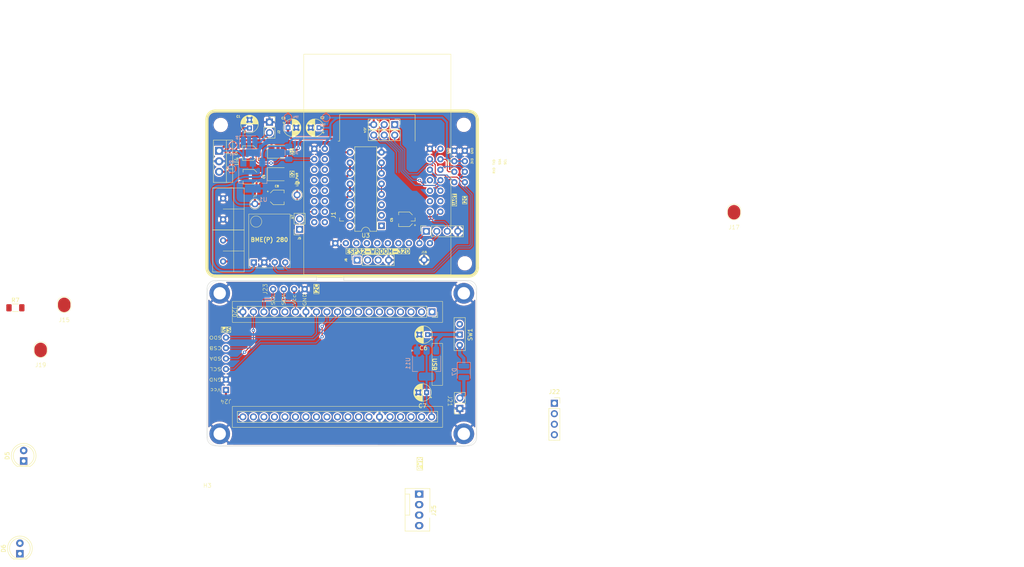
<source format=kicad_pcb>
(kicad_pcb (version 20240108) (generator "pcbnew") (generator_version "8.0")
  (layers (0 "F.Cu" signal) (31 "B.Cu" signal) (34 "B.Paste" user) (35 "F.Paste" user) (36 "B.SilkS" user "B.Silkscreen") (37 "F.SilkS" user "F.Silkscreen") (38 "B.Mask" user) (39 "F.Mask" user) (44 "Edge.Cuts" user))
  (net 0 "")
  (net 1 "GND")
  (net 2 "+3V3")
  (net 3 "+5V")
  (net 4 "/RXD")
  (net 5 "/TXD")
  (net 6 "/SDA")
  (net 7 "/GPIO_33")
  (net 8 "/SCL")
  (net 9 "/OUT3")
  (net 10 "/EN")
  (net 11 "/SOURCE2")
  (net 12 "/SOURCE1")
  (net 13 "/SOURCE3")
  (net 14 "/VDC")
  (net 15 "/DAC1")
  (net 16 "/DAC2")
  (net 17 "/GPIO39")
  (net 18 "/GPIO19")
  (net 19 "/GPIO17")
  (net 20 "/GPIO5")
  (net 21 "/GPIO18")
  (net 22 "/SD_DATA0")
  (net 23 "/ADC2_CH3")
  (net 24 "/SD_DATA3")
  (net 25 "/SD_CMD")
  (net 26 "/SD_CLK")
  (net 27 "/SD_DATA2")
  (net 28 "/SD_DATA1")
  (net 29 "/ADC2_CH0")
  (net 30 "/GPIO23")
  (net 31 "/GPIO36")
  (net 32 "/ADC2_CH2")
  (net 33 "/BOOT")
  (net 34 "/GPIO13")
  (net 35 "/SOURCE4")
  (net 36 "/SOURCE5")
  (net 37 "/SIPO_DATA")
  (net 38 "/SIPO_CLK")
  (net 39 "/SIPO_LATCH")
  (net 40 "/GPIO14")
  (net 41 "/OUT1")
  (net 42 "/VIN")
  (net 43 "Net-(D5-Pad1)")
  (net 44 "Net-(J15-Pin_1)")
  (net 45 "Net-(J19-Pin_1)")
  (net 46 "/OUT2")
  (net 58 "/ESP32-WROOM-32U Node/VIN")
  (net 63 "/ESP32-WROOM-32U Node/VDC")
  (net 74 "/ESP32-WROOM-32U Node/SPI-SDO")
  (net 75 "/ESP32-WROOM-32U Node/TX")
  (net 76 "Net-(D7-A)")
  (net 77 "/ESP32-WROOM-32U Node/SDA-2")
  (net 78 "/ESP32-WROOM-32U Node/SPI-CSB")
  (net 79 "/ESP32-WROOM-32U Node/SPI-SCL")
  (net 80 "/ESP32-WROOM-32U Node/SCL-2")
  (net 81 "/ESP32-WROOM-32U Node/RX")
  (net 82 "/ESP32-WROOM-32U Node/SPI-SDA")
  (net 84 "/ESP32-WROOM-32U Node/12V")
  (net 88 "/I3")
  (net 89 "/I5")
  (net 90 "/I4")
  (net 91 "/I2")
  (net 92 "/I1")
  (footprint "Capacitor_THT:CP_Radial_D4.0mm_P2.00mm" (layer "F.Cu") (at 107 44.2 180)
    (property "Reference" "C2")
    (property "Value" "1uF")
  )
  (footprint "LED_SMD:LED_1210_3225Metric_Pad1.42x2.65mm_HandSolder" (layer "F.Cu") (at 97 55.45)
    (property "Reference" "D2")
    (property "Value" "STATUS")
  )
  (footprint "Alexander Footprint Library:Board_65-40" (layer "F.Cu") (at 80 131.25)
    (property "Reference" "H3")
    (property "Value" "Project_Box_Board_65x40")
    (fp_line (start 0 -13) (end 0 -47) (stroke (width 0.05)) (layer "Edge.Cuts"))
    (fp_line (start 3 -50) (end 62 -50) (stroke (width 0.05)) (layer "Edge.Cuts"))
    (fp_line (start 62 -10) (end 3 -10) (stroke (width 0.05)) (layer "Edge.Cuts"))
    (fp_line (start 65 -47) (end 65 -13) (stroke (width 0.05)) (layer "Edge.Cuts"))
    (fp_arc (start 0 -47) (mid 0.87868 -49.12132) (end 3 -50) (stroke (width 0.05)) (layer "Edge.Cuts"))
    (fp_arc (start 3 -10) (mid 0.87868 -10.87868) (end 0 -13) (stroke (width 0.05)) (layer "Edge.Cuts"))
    (fp_arc (start 62 -50) (mid 64.12132 -49.12132) (end 65 -47) (stroke (width 0.05)) (layer "Edge.Cuts"))
    (fp_arc (start 65 -13) (mid 64.12132 -10.87868) (end 62 -10) (stroke (width 0.05)) (layer "Edge.Cuts"))
  )
  (footprint "Capacitor_SMD:CP_Elec_3x5.3" (layer "F.Cu") (at 90.3 50.35 180)
    (property "Reference" "C4")
    (property "Value" "0.1uF")
  )
  (footprint "Resistor_SMD:R_1206_3216Metric_Pad1.30x1.75mm_HandSolder" (layer "F.Cu") (at 33.612 87.7585)
    (property "Reference" "R7")
    (property "Value" "4K7")
  )
  (footprint "LED_THT:LED_D5.0mm" (layer "F.Cu") (at 34.7 147.25 90)
    (property "Reference" "D6")
    (property "Value" "LED_STATUS")
  )
  (footprint "Connector_PinSocket_2.54mm:PinSocket_1x04_P2.54mm_Vertical" (layer "F.Cu") (at 163.88 110.85)
    (property "Reference" "J22")
    (property "Value" "PWR_SATA_Conn_01x04")
  )
  (footprint "Alexander Footprint Library:Pad_1x01_P2.54_SMD" (layer "F.Cu") (at 39.712 102.098)
    (property "Reference" "J19")
    (property "Value" "LED_PWR")
  )
  (footprint "Alexanddr Footprints Library:ESP32-WROOM-Adapter-Socket-2" (layer "F.Cu") (at 121.1 56.9025)
    (property "Reference" "J1")
    (property "Value" "~")
  )
  (footprint "Alexander Footprint Library:Pad_1x01_P2.54_SMD" (layer "F.Cu") (at 45.412 91.198)
    (property "Reference" "J15")
    (property "Value" "LED_PWR")
  )
  (footprint "MountingHole:MountingHole_3mm" (layer "F.Cu") (at 142 43.5)
    (property "Reference" "H1" (hide yes))
    (property "Value" "MountingHole_Pad")
  )
  (footprint "MountingHole:MountingHole_3mm" (layer "F.Cu") (at 83.25 43.53)
    (property "Reference" "H2" (hide yes))
    (property "Value" "MountingHole_Pad")
  )
  (footprint "Alexander Footprints Library:Conn_Terminal_5mm" (layer "F.Cu") (at 83.82 53.69)
    (property "Reference" "J9" (hide yes))
    (property "Value" "Conn_01x02_Socket")
  )
  (footprint "Alexander Footprint Library:Pad_1x01_P2.54_SMD" (layer "F.Cu") (at 207.3 68.7895)
    (property "Reference" "J17")
    (property "Value" "GND")
  )
  (footprint "Connector:FanPinHeader_1x04_P2.54mm_Vertical" (layer "F.Cu") (at 131.2 132.83 -90)
    (property "Reference" "J25")
    (property "Value" "Conn_01x04_Pin")
  )
  (footprint "Capacitor_SMD:CP_Elec_3x5.3" (layer "F.Cu") (at 90.4 56.05 180)
    (property "Reference" "C9")
    (property "Value" "0.1uF")
  )
  (footprint "Capacitor_THT:CP_Radial_D4.0mm_P2.00mm" (layer "F.Cu") (at 133.25 94.25 180)
    (property "Reference" "C6")
    (property "Value" "1uF")
  )
  (footprint "Alexander Footprint Library:PinSocket_1x01_P2.54" (layer "F.Cu") (at 91.5 65.19)
    (property "Reference" "J7")
    (property "Value" "LED_PWR")
  )
  (footprint "Alexander Footprint Library:Conn_SPI" (layer "F.Cu") (at 84.5 112.74 180)
    (property "Reference" "J24")
    (property "Value" "~")
  )
  (footprint "Connector_PinSocket_2.54mm:PinSocket_1x02_P2.54mm_Vertical" (layer "F.Cu") (at 95.025 42.85)
    (property "Reference" "J2")
    (property "Value" "PWR")
  )
  (footprint "Connector_PinSocket_2.54mm:PinSocket_1x04_P2.54mm_Vertical" (layer "F.Cu") (at 116.2 76.225 90)
    (property "Reference" "J6")
    (property "Value" "SOURCE")
  )
  (footprint "Package_DIP:DIP-16_W7.62mm" (layer "F.Cu") (at 122.1 67.925 180)
    (property "Reference" "U3")
    (property "Value" "ULN2003")
  )
  (footprint "Connector_PinSocket_2.54mm:PinSocket_1x04_P2.54mm_Vertical" (layer "F.Cu") (at 132.92 69.25 90)
    (property "Reference" "J10" (hide yes))
    (property "Value" "ADC")
  )
  (footprint "Capacitor_SMD:CP_Elec_3x5.3" (layer "F.Cu") (at 128 66.35 180)
    (property "Reference" "C5")
    (property "Value" "0.1uF")
  )
  (footprint "Alexander Footprint Library:PinSocket_1x02_P2.54" (layer "F.Cu") (at 142.25 107 180)
    (property "Reference" "J21")
    (property "Value" "PWR")
  )
  (footprint "Capacitor_THT:CP_Radial_D4.0mm_P2.00mm" (layer "F.Cu") (at 99.5 44.2)
    (property "Reference" "C3")
    (property "Value" "1uF")
  )
  (footprint "Alexander Footprint Library:Conn_ESP32_WROOM-DevKit-38pins" (layer "F.Cu") (at 86.06 88.75 -90)
    (property "Reference" "J20")
    (property "Value" "~")
  )
  (footprint "Capacitor_SMD:CP_Elec_3x5.3" (layer "F.Cu") (at 96.8 61.05)
    (property "Reference" "C8")
    (property "Value" "10uF")
  )
  (footprint "Alexander Footprint Library:PinSocket_1x01_P2.54" (layer "F.Cu") (at 101.7 63.02)
    (property "Reference" "J18")
    (property "Value" "LED_PWR")
  )
  (footprint "Alexander Footprint Library:Conn_I2C" (layer "F.Cu") (at 111.16 83.25 -90)
    (property "Reference" "J23")
    (property "Value" "I2C")
  )
  (footprint "Connector_PinSocket_2.54mm:PinSocket_1x02_P2.54mm_Vertical" (layer "F.Cu") (at 102.3 68.79 180)
    (property "Reference" "J5")
    (property "Value" "DAC")
  )
  (footprint "Alexander Footprint Library:CONN_2x3" (layer "F.Cu") (at 130.38 43.45 -90)
    (property "Reference" "J14")
    (property "Value" "GPIO")
  )
  (footprint "Alexander Footprints Library:Conn_UART" (layer "F.Cu") (at 139.7 42.15)
    (property "Reference" "J3" (hide yes))
    (property "Value" "UART")
  )
  (footprint "Alexander Footprint Library:SW_Slide-03_7.3x2.5x2.5_P2.54mm" (layer "F.Cu") (at 141 94.25 -90)
    (property "Reference" "SW1")
    (property "Value" "SW_SPDT")
  )
  (footprint "Alexander Footprint Library:PinSocket_1x01_P2.54" (layer "F.Cu") (at 132.4 78.72)
    (property "Reference" "J16")
    (property "Value" "GND")
  )
  (footprint "Capacitor_THT:CP_Radial_D4.0mm_P2.00mm" (layer "F.Cu") (at 90.2 44.3 90)
    (property "Reference" "C1")
    (property "Value" "1uF")
  )
  (footprint "Alexander Footprint Library:BME280_BMP280_I2C" (layer "F.Cu") (at 90 78.1 90)
    (property "Reference" "U7")
    (property "Value" "BME(P)280")
  )
  (footprint "Capacitor_THT:CP_Radial_D4.0mm_P2.00mm" (layer "F.Cu") (at 133 108.25 180)
    (property "Reference" "C7")
    (property "Value" "1uF")
  )
  (footprint "Alexander Footprint Library:LD1117" (layer "F.Cu") (at 82.855 49.77 -90)
    (property "Reference" "U4")
    (property "Value" "L7805")
  )
  (footprint "Alexander Footprints Library:Conn_I2C" (layer "F.Cu") (at 142.24 42.15)
    (property "Reference" "J4" (hide yes))
    (property "Value" "I2C")
  )
  (footprint "LED_THT:LED_D5.0mm" (layer "F.Cu") (at 35.612 124.8335 90)
    (property "Reference" "D5")
    (property "Value" "LED_PWR")
  )
  (footprint "LED_SMD:LED_1210_3225Metric_Pad1.42x2.65mm_HandSolder" (layer "F.Cu") (at 97 50)
    (property "Reference" "D1")
    (property "Value" "PWR")
  )
  (footprint "MountingHole:MountingHole_3mm" (layer "F.Cu") (at 142.25 77)
    (property "Reference" "H4" (hide yes))
    (property "Value" "MountingHole_Pad")
  )
  (footprint "Alexander Footprints Library:Conn_Terminal_5mm" (layer "F.Cu") (at 83.82 63.85)
    (property "Reference" "J8" (hide yes))
    (property "Value" "Conn_01x02_Socket")
  )
  (footprint "TestPoint:TestPoint_Pad_D1.5mm" (layer "B.Cu") (at 99.5 41.75 180)
    (property "Reference" "TP4")
    (property "Value" "5V")
  )
  (footprint "TestPoint:TestPoint_Pad_D1.5mm" (layer "B.Cu") (at 108.7 41.75 180)
    (property "Reference" "TP3")
    (property "Value" "3V3")
  )
  (footprint "Diode_SMD:D_1210_3225Metric" (layer "B.Cu") (at 142 103.25 -90)
    (property "Reference" "D7")
    (property "Value" "D")
  )
  (footprint "Resistor_SMD:R_1206_3216Metric_Pad1.30x1.75mm_HandSolder" (layer "B.Cu") (at 99.7 50.25 -90)
    (property "Reference" "R1")
    (property "Value" "10K")
  )
  (footprint "Diode_SMD:D_1210_3225Metric" (layer "B.Cu") (at 90.1 47.75)
    (property "Reference" "D4")
    (property "Value" "D")
  )
  (footprint "TestPoint:TestPoint_Pad_D1.5mm" (layer "B.Cu") (at 86.2 48.45 180)
    (property "Reference" "TP1")
    (property "Value" "VIN")
  )
  (footprint "TestPoint:TestPoint_Pad_D1.5mm" (layer "B.Cu") (at 85.9 54.15 180)
    (property "Reference" "TP2")
    (property "Value" "GND")
  )
  (footprint "Package_TO_SOT_SMD:SOT-223-3_TabPin2" (layer "B.Cu") (at 91 55.75 -90)
    (property "Reference" "U1")
    (property "Value" "AMS1117-3V3")
  )
  (footprint "Package_TO_SOT_SMD:SOT-223-3_TabPin2" (layer "B.Cu") (at 133 101.25 -90)
    (property "Reference" "U11")
    (property "Value" "AMS1117-5.0")
  )
  (gr_line (start 145.25 42.11421) (end 145.25 78.085782) (stroke (width 0.75)) (layer "F.SilkS"))
  (gr_line (start 81.914218 40.164218) (end 143.08579 40.164218) (stroke (width 0.75)) (layer "F.SilkS"))
  (gr_arc (start 145.25 78.085782) (mid 144.66422 79.500007) (end 143.25 80.085782) (stroke (width 0.75)) (layer "F.SilkS"))
  (gr_line (start 79.914218 42.11421) (end 79.914218 78.085782) (stroke (width 0.75)) (layer "F.SilkS"))
  (gr_arc (start 81.914218 80.085782) (mid 80.499999 79.500001) (end 79.914218 78.085782) (stroke (width 0.75)) (layer "F.SilkS"))
  (gr_arc (start 143.25 40.25) (mid 144.664214 40.835786) (end 145.25 42.25) (stroke (width 0.75)) (layer "F.SilkS"))
  (gr_arc (start 79.914218 42.164218) (mid 80.499999 40.749999) (end 81.914218 40.164218) (stroke (width 0.75)) (layer "F.SilkS"))
  (gr_line (start 81.914214 80.085782) (end 143.085786 80.085782) (stroke (width 0.75)) (layer "F.SilkS"))
  (gr_line (start 82.014214 80.235786) (end 106.4 80.25) (stroke (width 0.1)) (layer "Edge.Cuts"))
  (gr_line (start 80 42.25) (end 80.014214 78.235786) (stroke (width 0.1)) (layer "Edge.Cuts"))
  (gr_arc (start 79.921321 83.157107) (mid 80.507106 81.742896) (end 81.921321 81.157107) (stroke (width 0.1)) (layer "Edge.Cuts"))
  (gr_line (start 81.921321 121.128679) (end 143.107107 121.142893) (stroke (width 0.1)) (layer "Edge.Cuts"))
  (gr_arc (start 81.921321 121.128679) (mid 80.507101 120.542899) (end 79.921321 119.128679) (stroke (width 0.1)) (layer "Edge.Cuts"))
  (gr_line (start 143.092893 81.157107) (end 113 81.15) (stroke (width 0.1)) (layer "Edge.Cuts"))
  (gr_arc (start 145.107107 119.142893) (mid 144.521321 120.557107) (end 143.107107 121.142893) (stroke (width 0.1)) (layer "Edge.Cuts"))
  (gr_line (start 106.4 81.15) (end 81.921321 81.157107) (stroke (width 0.1)) (layer "Edge.Cuts"))
  (gr_arc (start 143.185786 40.264214) (mid 144.600004 40.849996) (end 145.185786 42.264214) (stroke (width 0.1)) (layer "Edge.Cuts"))
  (gr_line (start 113 80.25) (end 143.185786 80.235786) (stroke (width 0.1)) (layer "Edge.Cuts"))
  (gr_arc (start 82.014214 80.235786) (mid 80.599996 79.650004) (end 80.014214 78.235786) (stroke (width 0.1)) (layer "Edge.Cuts"))
  (gr_line (start 145.185786 42.264214) (end 145.185786 78.235786) (stroke (width 0.1)) (layer "Edge.Cuts"))
  (gr_arc (start 80 42.25) (mid 80.585786 40.835786) (end 82 40.25) (stroke (width 0.1)) (layer "Edge.Cuts"))
  (gr_line (start 145.107107 119.142893) (end 145.092893 83.157107) (stroke (width 0.1)) (layer "Edge.Cuts"))
  (gr_line (start 79.921321 119.128679) (end 79.921321 83.157107) (stroke (width 0.1)) (layer "Edge.Cuts"))
  (gr_line (start 106.4 81.15) (end 106.4 80.25) (stroke (width 0.1)) (layer "Edge.Cuts"))
  (gr_arc (start 145.185786 78.235786) (mid 144.600004 79.650004) (end 143.185786 80.235786) (stroke (width 0.1)) (layer "Edge.Cuts"))
  (gr_arc (start 143.092893 81.157107) (mid 144.507112 81.742888) (end 145.092893 83.157107) (stroke (width 0.1)) (layer "Edge.Cuts"))
  (gr_line (start 113 81.15) (end 113 80.25) (stroke (width 0.1)) (layer "Edge.Cuts"))
  (gr_line (start 143.185786 40.264214) (end 82 40.25) (stroke (width 0.1)) (layer "Edge.Cuts"))
  (gr_text "PWR" (at 132 127.25 90) (layer "F.SilkS" knockout) (effects (font (size 1 1) (thickness 0.25) (bold yes)) (justify left bottom)))
  (segment (start 84.21 66) (end 83.82 66.39) (width 0.5) (layer "F.Cu") (net 1))
  (segment (start 95.5 54.8625) (end 95.5125 54.85) (width 0.25) (layer "F.Cu") (net 1))
  (segment (start 95.5 55.4625) (end 95.5125 55.45) (width 0.25) (layer "F.Cu") (net 1))
  (segment (start 91.5 59.65) (end 91.9 59.25) (width 0.5) (layer "F.Cu") (net 2))
  (segment (start 101.15 50) (end 102 49.15) (width 0.5) (layer "F.Cu") (net 2))
  (segment (start 84.5 107.66) (end 84.5 112.25) (width 0.5) (layer "F.Cu") (net 2))
  (segment (start 87.75 85.75) (end 100 85.75) (width 0.5) (layer "F.Cu") (net 2))
  (segment (start 94.63 62.62) (end 91.5 62.62) (width 0.5) (layer "F.Cu") (net 2))
  (segment (start 101 84.75) (end 101 83.25) (width 0.5) (layer "F.Cu") (net 2))
  (segment (start 88.6 114.15) (end 86.4 114.15) (width 0.5) (layer "F.Cu") (net 2))
  (segment (start 84.5 112.25) (end 85.25 113) (width 0.5) (layer "F.Cu") (net 2))
  (segment (start 91.9 59.25) (end 91.9 56.05) (width 0.5) (layer "F.Cu") (net 2))
  (segment (start 98.4875 50) (end 101.15 50) (width 0.5) (layer "F.Cu") (net 2))
  (segment (start 95.3 61.05) (end 95.3 61.95) (width 0.5) (layer "F.Cu") (net 2))
  (segment (start 95.3 61.95) (end 94.63 62.62) (width 0.5) (layer "F.Cu") (net 2))
  (segment (start 82.25 110) (end 82.25 91.25) (width 0.5) (layer "F.Cu") (net 2))
  (segment (start 91.5 62.62) (end 91.5 59.65) (width 0.5) (layer "F.Cu") (net 2))
  (segment (start 82.25 91.25) (end 87.75 85.75) (width 0.5) (layer "F.Cu") (net 2))
  (segment (start 86.4 114.15) (end 85.25 113) (width 0.5) (layer "F.Cu") (net 2))
  (segment (start 100 85.75) (end 101 84.75) (width 0.5) (layer "F.Cu") (net 2))
  (segment (start 85.25 113) (end 82.25 110) (width 0.5) (layer "F.Cu") (net 2))
  (via (at 102 49.15) (size 0.8) (drill 0.4) (layers "F.Cu" "B.Cu") (net 2))
  (segment (start 96.075 48.7) (end 97.525 48.7) (width 0.5) (layer "B.Cu") (net 2))
  (segment (start 108.4 49.2825) (end 108.4 47.85) (width 0.5) (layer "B.Cu") (net 2))
  (segment (start 109.408578 44.2) (end 107 44.2) (width 0.5) (layer "B.Cu") (net 2))
  (segment (start 109.5 46.75) (end 109.75 46.5) (width 0.5) (layer "B.Cu") (net 2))
  (segment (start 81.3 75.997918) (end 81.3 59.75104) (width 0.5) (layer "B.Cu") (net 2))
  (segment (start 93.3 54.905025) (end 93.3 52.6) (width 0.5) (layer "B.Cu") (net 2))
  (segment (start 100 48.7) (end 100 48.03033) (width 0.5) (layer "B.Cu") (net 2))
  (segment (start 137.9 51.55) (end 138.66 52.31) (width 0.5) (layer "B.Cu") (net 2))
  (segment (start 84.202081 78.9) (end 89.990883 78.9) (width 0.5) (layer "B.Cu") (net 2))
  (segment (start 109.75 45) (end 109.75 44.141421) (width 0.5) (layer "B.Cu") (net 2))
  (segment (start 103 46.75) (end 101.28033 46.75) (width 0.5) (layer "B.Cu") (net 2))
  (segment (start 109.75 43.858578) (end 109.75 44.141421) (width 0.5) (layer "B.Cu") (net 2))
  (segment (start 138.66 52.31) (end 139.7 52.31) (width 0.5) (layer "B.Cu") (net 2))
  (segment (start 139.7 52.31) (end 142.24 52.31) (width 0.5) (layer "B.Cu") (net 2))
  (segment (start 129.1 41.75) (end 136.8 41.75) (width 0.5) (layer "B.Cu") (net 2))
  (segment (start 112.31066 41.75) (end 129.1 41.75) (width 0.5) (layer "B.Cu") (net 2))
  (segment (start 88.207106 62.75) (end 91.5 62.75) (width 0.5) (layer "B.Cu") (net 2))
  (segment (start 86.5 61.042893) (end 86.5 57.5) (width 0.5) (layer "B.Cu") (net 2))
  (segment (start 103 46.75) (end 109.5 46.75) (width 0.5) (layer "B.Cu") (net 2))
  (segment (start 137.9 42.85) (end 137.9 51.55) (width 0.5) (layer "B.Cu") (net 2))
  (segment (start 91.22 77.670883) (end 91.22 76.8) (width 0.5) (layer "B.Cu") (net 2))
  (segment (start 89.455634 56.1) (end 92.105025 56.1) (width 0.5) (layer "B.Cu") (net 2))
  (segment (start 96.075 48.7) (end 95.177817 48.7) (width 0.5) (layer "B.Cu") (net 2))
  (segment (start 136.8 41.75) (end 137.9 42.85) (width 0.5) (layer "B.Cu") (net 2))
  (segment (start 108.4 47.85) (end 109.75 46.5) (width 0.5) (layer "B.Cu") (net 2))
  (segment (start 109.75 46.5) (end 109.75 45) (width 0.5) (layer "B.Cu") (net 2))
  (segment (start 110.015165 42.984834) (end 110.5 42.5) (width 0.5) (layer "B.Cu") (net 2))
  (segment (start 102 47.75) (end 103 46.75) (width 0.5) (layer "B.Cu") (net 2))
  (segment (start 109.75 43.858578) (end 109.75 43.625) (width 0.5) (layer "B.Cu") (net 2))
  (segment (start 93.3 52.6) (end 93.3 50.577817) (width 0.5) (layer "B.Cu") (net 2))
  (segment (start 82.75104 58.3) (end 84.144365 58.3) (width 0.5) (layer "B.Cu") (net 2))
  (segment (start 102 49.15) (end 102 47.75) (width 0.5) (layer "B.Cu") (net 2))
  (segment (start 129.3 41.75) (end 129.1 41.75) (width 0.5) (layer "B.Cu") (net 2))
  (segment (start 108.7 41.75) (end 112.31066 41.75) (width 0.5) (layer "B.Cu") (net 2))
  (segment (start 100 48.7) (end 97.525 48.7) (width 0.5) (layer "B.Cu") (net 2))
  (arc (start 93.3 54.905025) (mid 93.209037 55.362322) (end 92.95 55.75) (width 0.5) (layer "B.Cu") (net 2))
  (arc (start 86.8 57.2) (mid 85.581584 58.014119) (end 84.144365 58.3) (width 0.5) (layer "B.Cu") (net 2))
  (arc (start 89.455634 56.1) (mid 88.018415 56.38588) (end 86.8 57.2) (width 0.5) (layer "B.Cu") (net 2))
  (arc (start 86.5 61.042893) (mid 86.629945 61.696174) (end 87 62.25) (width 0.5) (layer "B.Cu") (net 2))
  (arc (start 82.75104 58.3) (mid 82.195751 58.410453) (end 81.725 58.725) (width 0.5) (layer "B.Cu") (net 2))
  (arc (start 92.95 55.75) (mid 92.562322 56.009037) (end 92.105025 56.1) (width 0.5) (layer "B.Cu") (net 2))
  (arc (start 109.75 43.625) (mid 109.818914 43.278544) (end 110.015165 42.984834) (width 0.5) (layer "B.Cu") (net 2))
  (arc (start 95.177817 48.7) (mid 94.459207 48.84294) (end 93.85 49.25) (width 0.5) (layer "B.Cu") (net 2))
  (arc (start 82.15 78.05) (mid 83.091502 78.679092) (end 84.202081 78.9) (width 0.5) (layer "B.Cu") (net 2))
  (arc (start 109.75 44.141421) (mid 109.713838 44.087301) (end 109.65 44.1) (width 0.5) (layer "B.Cu") (net 2))
  (arc (start 93.85 49.25) (mid 93.44294 49.859207) (end 93.3 50.577817) (width 0.5) (layer "B.Cu") (net 2))
  (arc (start 90.86 78.54) (mid 90.461245 78.806439) (end 89.990883 78.9) (width 0.5) (layer "B.Cu") (net 2))
  (arc (start 109.65 44.1) (mid 109.539234 44.17401) (end 109.408578 44.2) (width 0.5) (layer "B.Cu") (net 2))
  (arc (start 87 62.25) (mid 87.553825 62.620054) (end 88.207106 62.75) (width 0.5) (layer "B.Cu") (net 2))
  (arc (start 81.725 58.725) (mid 81.410453 59.195751) (end 81.3 59.75104) (width 0.5) (layer "B.Cu") (net 2))
  (arc (start 101.28033 46.75) (mid 100.790368 46.847459) (end 100.375 47.125) (width 0.5) (layer "B.Cu") (net 2))
  (arc (start 91.22 77.670883) (mid 91.126439 78.141245) (end 90.86 78.54) (width 0.5) (layer "B.Cu") (net 2))
  (arc (start 110.5 42.5) (mid 111.330737 41.944918) (end 112.31066 41.75) (width 0.5) (layer "B.Cu") (net 2))
  (arc (start 109.65 44.1) (mid 109.72401 43.989234) (end 109.75 43.858578) (width 0.5) (layer "B.Cu") (net 2))
  (arc (start 100.375 47.125) (mid 100.097459 47.540368) (end 100 48.03033) (width 0.5) (layer "B.Cu") (net 2))
  (arc (start 81.3 75.997918) (mid 81.520907 77.108496) (end 82.15 78.05) (width 0.5) (layer "B.Cu") (net 2))
  (segment (start 99.5 45.693413) (end 99.5 44.2) (width 0.5) (layer "F.Cu") (net 3))
  (segment (start 111.2 46.85) (end 100.365867 46.85) (width 0.5) (layer "F.Cu") (net 3))
  (segment (start 98.6375 46.9625) (end 99.2125 46.3875) (width 0.5) (layer "F.Cu") (net 3))
  (segment (start 100.365867 46.85) (end 99.465867 45.95) (width 0.5) (layer "F.Cu") (net 3))
  (segment (start 112 47.65) (end 111.2 46.85) (width 0.5) (layer "F.Cu") (net 3))
  (segment (start 112 49.15) (end 112 47.65) (width 0.5) (layer "F.Cu") (net 3))
  (segment (start 88.1 47.25) (end 97.943413 47.25) (width 0.5) (layer "F.Cu") (net 3))
  (segment (start 84.9 54.85) (end 85.4 54.35) (width 0.5) (layer "F.Cu") (net 3))
  (segment (start 85.4 54.35) (end 85.4 49.95) (width 0.5) (layer "F.Cu") (net 3))
  (segment (start 114.48 50.145) (end 112.995 50.145) (width 0.5) (layer "F.Cu") (net 3))
  (segment (start 112.995 50.145) (end 112 49.15) (width 0.5) (layer "F.Cu") (net 3))
  (segment (start 82.855 54.85) (end 84.9 54.85) (width 0.5) (layer "F.Cu") (net 3))
  (segment (start 85.4 49.95) (end 88.1 47.25) (width 0.5) (layer "F.Cu") (net 3))
  (arc (start 97.943413 47.25) (mid 98.31905 47.175281) (end 98.6375 46.9625) (width 0.5) (layer "F.Cu") (net 3))
  (arc (start 99.5 45.693413) (mid 99.425281 46.06905) (end 99.2125 46.3875) (width 0.5) (layer "F.Cu") (net 3))
  (segment (start 133 98.1) (end 133 104.4) (width 0.5) (layer "B.Cu") (net 3))
  (segment (start 133 108.25) (end 133 104.4) (width 0.5) (layer "B.Cu") (net 3))
  (segment (start 133 111) (end 133 108.25) (width 0.5) (layer "B.Cu") (net 3))
  (segment (start 134.21 114.15) (end 134.21 112.21) (width 0.5) (layer "B.Cu") (net 3))
  (segment (start 134.21 112.21) (end 133 111) (width 0.5) (layer "B.Cu") (net 3))
  (segment (start 99.5 42.25) (end 99.5 44.2) (width 0.25) (layer "B.Cu") (net 3))
  (segment (start 139.7 57.35) (end 139.7 57.39) (width 0.25) (layer "F.Cu") (net 4))
  (segment (start 140.3 57.45) (end 139.3 57.45) (width 0.25) (layer "F.Cu") (net 4))
  (segment (start 139.04 57.39) (end 139.7 57.39) (width 0.25) (layer "F.Cu") (net 4))
  (segment (start 137.96 55.65) (end 139.7 57.39) (width 0.25) (layer "B.Cu") (net 4))
  (segment (start 133.8 54.3625) (end 135.0875 55.65) (width 0.25) (layer "B.Cu") (net 4))
  (segment (start 135.0875 55.65) (end 137.96 55.65) (width 0.25) (layer "B.Cu") (net 4))
  (segment (start 138 52.25) (end 137.5725 51.8225) (width 0.25) (layer "F.Cu") (net 5))
  (segment (start 139.7 54.85) (end 138.3 54.85) (width 0.25) (layer "F.Cu") (net 5))
  (segment (start 137.5725 51.8225) (end 136.34 51.8225) (width 0.25) (layer "F.Cu") (net 5))
  (segment (start 138 54.55) (end 138 52.25) (width 0.25) (layer "F.Cu") (net 5))
  (segment (start 138.3 54.85) (end 138 54.55) (width 0.25) (layer "F.Cu") (net 5))
  (segment (start 139.7 54.85) (end 139.5 54.85) (width 0.25) (layer "F.Cu") (net 5))
  (segment (start 142.24 54.85) (end 142.24 55.51) (width 0.25) (layer "F.Cu") (net 6))
  (segment (start 98.84 76.8) (end 98.84 78.09) (width 0.25) (layer "B.Cu") (net 6))
  (segment (start 141 57.95) (end 141 56.09) (width 0.25) (layer "B.Cu") (net 6))
  (segment (start 140.990501 53.600501) (end 142.24 54.85) (width 0.25) (layer "B.Cu") (net 6))
  (segment (start 136.34 54.3625) (end 137.101999 53.600501) (width 0.25) (layer "B.Cu") (net 6))
  (segment (start 143.281802 72.781802) (end 143.55 72.513604) (width 0.25) (layer "B.Cu") (net 6))
  (segment (start 99.4 78.65) (end 130.7 78.65) (width 0.25) (layer "B.Cu") (net 6))
  (segment (start 130.7 78.65) (end 134.55 78.65) (width 0.25) (layer "B.Cu") (net 6))
  (segment (start 143.55 72.513604) (end 143.55 60.5) (width 0.25) (layer "B.Cu") (net 6))
  (segment (start 143.55 60.5) (end 141 57.95) (width 0.25) (layer "B.Cu") (net 6))
  (segment (start 140.418198 72.781802) (end 143.281802 72.781802) (width 0.25) (layer "B.Cu") (net 6))
  (segment (start 98.84 78.09) (end 99.4 78.65) (width 0.25) (layer "B.Cu") (net 6))
  (segment (start 141 56.09) (end 142.24 54.85) (width 0.25) (layer "B.Cu") (net 6))
  (segment (start 137.101999 53.600501) (end 140.990501 53.600501) (width 0.25) (layer "B.Cu") (net 6))
  (segment (start 134.55 78.65) (end 140.418198 72.781802) (width 0.25) (layer "B.Cu") (net 6))
  (segment (start 135.1 55.15) (end 135.6 55.65) (width 0.25) (layer "F.Cu") (net 8))
  (segment (start 133.8 51.8225) (end 135.1 53.1225) (width 0.25) (layer "F.Cu") (net 8))
  (segment (start 141.603604 57.39) (end 142.24 57.39) (width 0.25) (layer "F.Cu") (net 8))
  (segment (start 137.3 55.65) (end 137.8 56.15) (width 0.25) (layer "F.Cu") (net 8))
  (segment (start 135.1 53.1225) (end 135.1 55.15) (width 0.25) (layer "F.Cu") (net 8))
  (segment (start 135.6 55.65) (end 137.3 55.65) (width 0.25) (layer "F.Cu") (net 8))
  (segment (start 140.363604 56.15) (end 141.603604 57.39) (width 0.25) (layer "F.Cu") (net 8))
  (segment (start 137.8 56.15) (end 140.363604 56.15) (width 0.25) (layer "F.Cu") (net 8))
  (segment (start 142.24 58.553604) (end 142.24 57.39) (width 0.25) (layer "B.Cu") (net 8))
  (segment (start 144 72.7) (end 144 60.313604) (width 0.25) (layer "B.Cu") (net 8))
  (segment (start 134.8 79.1) (end 140.6 73.3) (width 0.25) (layer "B.Cu") (net 8))
  (segment (start 140.6 73.3) (end 143.4 73.3) (width 0.25) (layer "B.Cu") (net 8))
  (segment (start 96.3 76.8) (end 96.3 78.45) (width 0.25) (layer "B.Cu") (net 8))
  (segment (start 143.4 73.3) (end 144 72.7) (width 0.25) (layer "B.Cu") (net 8))
  (segment (start 96.3 78.45) (end 96.95 79.1) (width 0.25) (layer "B.Cu") (net 8))
  (segment (start 144 60.313604) (end 142.24 58.553604) (width 0.25) (layer "B.Cu") (net 8))
  (segment (start 96.95 79.1) (end 134.8 79.1) (width 0.25) (layer "B.Cu") (net 8))
  (segment (start 92.3 52.75) (end 91.8 52.25) (width 0.25) (layer "F.Cu") (net 10))
  (segment (start 91.8 52.25) (end 91.8 50.35) (width 0.25) (layer "F.Cu") (net 10))
  (segment (start 95.4 52.75) (end 92.3 52.75) (width 0.25) (layer "F.Cu") (net 10))
  (via (at 95.4 52.75) (size 0.8) (drill 0.4) (layers "F.Cu" "B.Cu") (net 10))
  (segment (start 95.4 52.75) (end 96.7 52.75) (width 0.25) (layer "B.Cu") (net 10))
  (segment (start 101.4 51.8) (end 101.45 51.8) (width 0.25) (layer "B.Cu") (net 10))
  (segment (start 105.86 51.8225) (end 101.4225 51.8225) (width 0.25) (layer "B.Cu") (net 10))
  (segment (start 99.7 51.8) (end 101.4 51.8) (width 0.25) (layer "B.Cu") (net 10))
  (segment (start 97.65 51.8) (end 99.7 51.8) (width 0.25) (layer "B.Cu") (net 10))
  (segment (start 101.4225 51.8225) (end 101.4 51.8) (width 0.25) (layer "B.Cu") (net 10))
  (segment (start 96.7 52.75) (end 97.65 51.8) (width 0.25) (layer "B.Cu") (net 10))
  (segment (start 111.2 66.85) (end 111.2 58.505) (width 0.5) (layer "F.Cu") (net 11))
  (segment (start 111.2 58.505) (end 114.48 55.225) (width 0.5) (layer "F.Cu") (net 11))
  (segment (start 83.82 71.47) (end 86.37 71.47) (width 0.5) (layer "F.Cu") (net 11))
  (segment (start 114.48 55.225) (end 114.48 52.685) (width 0.5) (layer "F.Cu") (net 11))
  (segment (start 86.37 71.47) (end 88 73.1) (width 0.5) (layer "F.Cu") (net 11))
  (segment (start 104.95 73.1) (end 111.2 66.85) (width 0.5) (layer "F.Cu") (net 11))
  (segment (start 88 73.1) (end 104.95 73.1) (width 0.5) (layer "F.Cu") (net 11))
  (segment (start 83.82 76.55) (end 86.275 76.55) (width 0.5) (layer "F.Cu") (net 12))
  (segment (start 104.8 74.75) (end 112.2 67.35) (width 0.5) (layer "F.Cu") (net 12))
  (segment (start 112.2 62.585) (end 114.48 60.305) (width 0.5) (layer "F.Cu") (net 12))
  (segment (start 86.275 76.55) (end 88.075 74.75) (width 0.5) (layer "F.Cu") (net 12))
  (segment (start 114.48 60.305) (end 114.48 57.765) (width 0.5) (layer "F.Cu") (net 12))
  (segment (start 112.2 67.35) (end 112.2 62.585) (width 0.5) (layer "F.Cu") (net 12))
  (segment (start 88.075 74.75) (end 104.8 74.75) (width 0.5) (layer "F.Cu") (net 12))
  (segment (start 95.025 45.425) (end 92.7 47.75) (width 0.5) (layer "B.Cu") (net 14))
  (segment (start 92.7 47.75) (end 91.5 47.75) (width 0.5) (layer "B.Cu") (net 14))
  (segment (start 95.025 45.39) (end 95.025 45.425) (width 0.5) (layer "B.Cu") (net 14))
  (segment (start 132.5 58.15) (end 135.0925 58.15) (width 0.25) (layer "F.Cu") (net 18))
  (segment (start 131.3 56.95) (end 132.5 58.15) (width 0.25) (layer "F.Cu") (net 18))
  (segment (start 135.0925 58.15) (end 136.34 56.9025) (width 0.25) (layer "F.Cu") (net 18))
  (via (at 131.3 56.95) (size 0.8) (drill 0.4) (layers "F.Cu" "B.Cu") (net 18))
  (segment (start 129.636396 56.95) (end 127.25 54.563604) (width 0.25) (layer "B.Cu") (net 18))
  (segment (start 127.25 49.7) (end 125.3 47.75) (width 0.25) (layer "B.Cu") (net 18))
  (segment (start 125.3 47.75) (end 125.3 45.99) (width 0.25) (layer "B.Cu") (net 18))
  (segment (start 127.25 54.563604) (end 127.25 49.7) (width 0.25) (layer "B.Cu") (net 18))
  (segment (start 131.3 56.95) (end 129.636396 56.95) (width 0.25) (layer "B.Cu") (net 18))
  (segment (start 123.255812 47.615) (end 121.865 47.615) (width 0.25) (layer "B.Cu") (net 19))
  (segment (start 133.8 61.9825) (end 133.7325 61.9825) (width 0.25) (layer "B.Cu") (net 19))
  (segment (start 121.865 47.615) (end 120.24 45.99) (width 0.25) (layer "B.Cu") (net 19))
  (segment (start 125.7 50.059188) (end 123.255812 47.615) (width 0.25) (layer "B.Cu") (net 19))
  (segment (start 125.7 55.05) (end 125.7 50.059188) (width 0.25) (layer "B.Cu") (net 19))
  (segment (start 120.24 45.99) (end 120.22 45.99) (width 0.25) (layer "B.Cu") (net 19))
  (segment (start 130.2 58.15) (end 135.0475 58.15) (width 0.25) (layer "B.Cu") (net 20))
  (segment (start 126.8 54.75) (end 130.2 58.15) (width 0.25) (layer "B.Cu") (net 20))
  (segment (start 122.903604 45.99) (end 126.8 49.886396) (width 0.25) (layer "B.Cu") (net 20))
  (segment (start 135.0475 58.15) (end 136.34 59.4425) (width 0.25) (layer "B.Cu") (net 20))
  (segment (start 122.76 45.99) (end 122.903604 45.99) (width 0.25) (layer "B.Cu") (net 20))
  (segment (start 126.8 49.886396) (end 126.8 54.75) (width 0.25) (layer "B.Cu") (net 20))
  (segment (start 126.35 55.063604) (end 126.35 50.072792) (width 0.25) (layer "B.Cu") (net 21))
  (segment (start 126.35 50.072792) (end 123.442208 47.165) (width 0.25) (layer "B.Cu") (net 21))
  (segment (start 123.442208 47.165) (end 122.051396 47.165) (width 0.25) (layer "B.Cu") (net 21))
  (segment (start 121.5 46.613604) (end 121.5 44.71) (width 0.25) (layer "B.Cu") (net 21))
  (segment (start 121.5 44.71) (end 122.76 43.45) (width 0.25) (layer "B.Cu") (net 21))
  (segment (start 122.051396 47.165) (end 121.5 46.613604) (width 0.25) (layer "B.Cu") (net 21))
  (segment (start 131.26 70.91) (end 132.92 69.25) (width 0.25) (layer "B.Cu") (net 23))
  (segment (start 131.26 72.1425) (end 131.26 70.91) (width 0.25) (layer "B.Cu") (net 23))
  (segment (start 137.3 66.95) (end 134.8 66.95) (width 0.25) (layer "B.Cu") (net 29))
  (segment (start 138 69.25) (end 138 67.65) (width 0.25) (layer "B.Cu") (net 29))
  (segment (start 138 67.65) (end 137.3 66.95) (width 0.25) (layer "B.Cu") (net 29))
  (segment (start 134.8 66.95) (end 133.8 65.95) (width 0.25) (layer "B.Cu") (net 29))
  (segment (start 133.8 65.95) (end 133.8 64.5225) (width 0.25) (layer "B.Cu") (net 29))
  (segment (start 128.672792 55.35) (end 130.8 55.35) (width 0.25) (layer "B.Cu") (net 30))
  (segment (start 126.7 44.85) (end 126.7 48.45) (width 0.25) (layer "B.Cu") (net 30))
  (segment (start 126.7 48.45) (end 127.7 49.45) (width 0.25) (layer "B.Cu") (net 30))
  (segment (start 125.3 43.45) (end 126.7 44.85) (width 0.25) (layer "B.Cu") (net 30))
  (segment (start 135.1 50.5225) (end 136.34 49.2825) (width 0.25) (layer "B.Cu") (net 30))
  (segment (start 133 53.15) (end 134.1 53.15) (width 0.25) (layer "B.Cu") (net 30))
  (segment (start 127.7 49.45) (end 127.7 54.377208) (width 0.25) (layer "B.Cu") (net 30))
  (segment (start 130.8 55.35) (end 133 53.15) (width 0.25) (layer "B.Cu") (net 30))
  (segment (start 127.7 54.377208) (end 128.672792 55.35) (width 0.25) (layer "B.Cu") (net 30))
  (segment (start 135.1 52.15) (end 135.1 50.5225) (width 0.25) (layer "B.Cu") (net 30))
  (segment (start 134.1 53.15) (end 135.1 52.15) (width 0.25) (layer "B.Cu") (net 30))
  (segment (start 135.46 70.4825) (end 133.8 72.1425) (width 0.25) (layer "B.Cu") (net 32))
  (segment (start 135.46 69.25) (end 135.46 70.4825) (width 0.25) (layer "B.Cu") (net 32))
  (segment (start 129.5 66.35) (end 134.5125 66.35) (width 0.25) (layer "F.Cu") (net 33))
  (segment (start 134.5125 66.35) (end 136.34 64.5225) (width 0.25) (layer "F.Cu") (net 33))
  (segment (start 101.7 56.05) (end 101.7 62.65) (width 0.25) (layer "F.Cu") (net 40))
  (segment (start 101.7 62.65) (end 103.6 64.55) (width 0.25) (layer "F.Cu") (net 40))
  (segment (start 105.8325 64.55) (end 105.86 64.5225) (width 0.25) (layer "F.Cu") (net 40))
  (segment (start 98.4875 55.45) (end 101.1 55.45) (width 0.25) (layer "F.Cu") (net 40))
  (segment (start 103.6 64.55) (end 105.8325 64.55) (width 0.25) (layer "F.Cu") (net 40))
  (segment (start 101.1 55.45) (end 101.7 56.05) (width 0.25) (layer "F.Cu") (net 40))
  (segment (start 82.98 49.77) (end 82.855 49.77) (width 0.5) (layer "F.Cu") (net 42))
  (segment (start 90.2 44.3) (end 88.45 44.3) (width 0.5) (layer "F.Cu") (net 42))
  (segment (start 88.45 44.3) (end 82.98 49.77) (width 0.5) (layer "F.Cu") (net 42))
  (segment (start 88.7 50.546446) (end 88.7 51.253553) (width 0.5) (layer "B.Cu") (net 42))
  (segment (start 88.7 45.153553) (end 88.7 47.4) (width 0.5) (layer "B.Cu") (net 42))
  (segment (start 86.2 49.11) (end 86.2 48.45) (width 0.25) (layer "B.Cu") (net 42))
  (segment (start 88.45 50.65) (end 88.2 50.4) (width 0.5) (layer "B.Cu") (net 42))
  (segment (start 88.7 50.546446) (end 88.7 47.4) (width 0.5) (layer "B.Cu") (net 42))
  (segment (start 88.45 50.65) (end 88.054368 50.254368) (width 0.5) (layer "B.Cu") (net 42))
  (segment (start 89.553553 44.3) (end 90.2 44.3) (width 0.5) (layer "B.Cu") (net 42))
  (segment (start 88.7 51.253553) (end 88.7 52.6) (width 0.5) (layer "B.Cu") (net 42))
  (segment (start 86.86 49.77) (end 85.54 49.77) (width 0.5) (layer "B.Cu") (net 42))
  (segment (start 86.885 49.77) (end 86.86 49.77) (width 0.5) (layer "B.Cu") (net 42))
  (segment (start 85.54 49.77) (end 82.855 49.77) (width 0.5) (layer "B.Cu") (net 42))
  (arc (start 89.553553 44.3) (mid 89.226912 44.364972) (end 88.95 44.55) (width 0.5) (layer "B.Cu") (net 42))
  (arc (start 86.2 49.11) (mid 86.393309 49.57669) (end 86.86 49.77) (width 0.25) (layer "B.Cu") (net 42))
  (arc (start 88.7 51.253553) (mid 88.635027 50.926912) (end 88.45 50.65) (width 0.5) (layer "B.Cu") (net 42))
  (arc (start 88.45 50.65) (mid 88.45 50.65) (end 88.45 50.65) (width 0.5) (layer "B.Cu") (net 42))
  (arc (start 88.45 50.65) (mid 88.609596 50.681745) (end 88.7 50.546446) (width 0.5) (layer "B.Cu") (net 42))
  (arc (start 88.054368 50.254368) (mid 87.517857 49.895883) (end 86.885 49.77) (width 0.5) (layer "B.Cu") (net 42))
  (arc (start 88.95 44.55) (mid 88.764972 44.826912) (end 88.7 45.153553) (width 0.5) (layer "B.Cu") (net 42))
  (segment (start 141 94.25) (end 136.75 94.25) (width 0.8) (layer "B.Cu") (net 58))
  (segment (start 136.75 94.25) (end 133.25 94.25) (width 0.8) (layer "B.Cu") (net 58))
  (segment (start 135.3 98.1) (end 135.3 95.7) (width 0.8) (layer "B.Cu") (net 58))
  (segment (start 135.3 95.7) (end 136.75 94.25) (width 0.8) (layer "B.Cu") (net 58))
  (segment (start 141 99) (end 142 100) (width 0.8) (layer "B.Cu") (net 63))
  (segment (start 142 100) (end 142 101.85) (width 0.8) (layer "B.Cu") (net 63))
  (segment (start 141 96.79) (end 141 99) (width 0.8) (layer "B.Cu") (net 63))
  (segment (start 105.415 94.96) (end 106.38 93.995) (width 0.25) (layer "B.Cu") (net 74))
  (segment (start 106.38 93.995) (end 106.38 88.75) (width 0.25) (layer "B.Cu") (net 74))
  (segment (start 84.5 94.96) (end 105.415 94.96) (width 0.25) (layer "B.Cu") (net 74))
  (segment (start 141.04 109.57) (end 142 108.61) (width 0.8) (layer "B.Cu") (net 76))
  (segment (start 142 108.61) (end 142 104.65) (width 0.8) (layer "B.Cu") (net 76))
  (segment (start 101.3 86.8) (end 100.75 86.25) (width 0.25) (layer "B.Cu") (net 77))
  (segment (start 99 86.25) (end 98.46 85.71) (width 0.25) (layer "B.Cu") (net 77))
  (segment (start 98.46 85.71) (end 98.46 83.25) (width 0.25) (layer "B.Cu") (net 77))
  (segment (start 100.75 86.25) (end 99 86.25) (width 0.25) (layer "B.Cu") (net 77))
  (segment (start 101.3 88.75) (end 101.3 86.8) (width 0.25) (layer "B.Cu") (net 77))
  (segment (start 90.863604 97.5) (end 92.863604 95.5) (width 0.25) (layer "B.Cu") (net 78))
  (segment (start 92.863604 95.5) (end 105.75 95.5) (width 0.25) (layer "B.Cu") (net 78))
  (segment (start 105.75 95.5) (end 111.46 89.79) (width 0.25) (layer "B.Cu") (net 78))
  (segment (start 84.5 97.5) (end 90.863604 97.5) (width 0.25) (layer "B.Cu") (net 78))
  (segment (start 111.46 89.79) (end 111.46 88.75) (width 0.25) (layer "B.Cu") (net 78))
  (segment (start 107.75 92.25) (end 107.75 94.75) (width 0.25) (layer "F.Cu") (net 79))
  (via (at 107.75 92.25) (size 0.8) (drill 0.4) (layers "F.Cu" "B.Cu") (net 79))
  (via (at 107.75 94.75) (size 0.8) (drill 0.4) (layers "F.Cu" "B.Cu") (net 79))
  (segment (start 86.42 102.58) (end 92.75 96.25) (width 0.25) (layer "B.Cu") (net 79))
  (segment (start 106.25 96.25) (end 107.75 94.75) (width 0.25) (layer "B.Cu") (net 79))
  (segment (start 108.92 88.75) (end 108.92 91.08) (width 0.25) (layer "B.Cu") (net 79))
  (segment (start 92.75 96.25) (end 106.25 96.25) (width 0.25) (layer "B.Cu") (net 79))
  (segment (start 84.5 102.58) (end 86.42 102.58) (width 0.25) (layer "B.Cu") (net 79))
  (segment (start 108.92 91.08) (end 107.75 92.25) (width 0.25) (layer "B.Cu") (net 79))
  (segment (start 94 85.75) (end 95.25 85.75) (width 0.25) (layer "B.Cu") (net 80))
  (segment (start 93.68 86.07) (end 94 85.75) (width 0.25) (layer "B.Cu") (net 80))
  (segment (start 95.25 85.75) (end 95.92 85.08) (width 0.25) (layer "B.Cu") (net 80))
  (segment (start 93.68 88.75) (end 93.68 86.07) (width 0.25) (layer "B.Cu") (net 80))
  (segment (start 95.92 85.08) (end 95.92 83.25) (width 0.25) (layer "B.Cu") (net 80))
  (segment (start 91.14 93.25) (end 91.14 96.36) (width 0.25) (layer "F.Cu") (net 82))
  (segment (start 91.14 96.36) (end 89 98.5) (width 0.25) (layer "F.Cu") (net 82))
  (via (at 91.14 93.25) (size 0.8) (drill 0.4) (layers "F.Cu" "B.Cu") (net 82))
  (via (at 89 98.5) (size 0.8) (drill 0.4) (layers "F.Cu" "B.Cu") (net 82))
  (segment (start 87.46 100.04) (end 84.5 100.04) (width 0.25) (layer "B.Cu") (net 82))
  (segment (start 91.14 93.25) (end 91.14 88.75) (width 0.25) (layer "B.Cu") (net 82))
  (segment (start 89 98.5) (end 87.46 100.04) (width 0.25) (layer "B.Cu") (net 82))
  (segment (start 122.1 52.685) (end 122.1 55.225) (width 0.25) (layer "F.Cu") (net 91))
  (segment (start 122.1 60.305) (end 122.1 57.765) (width 0.25) (layer "F.Cu") (net 92))
  (zone (net 1) (net_name "GND") (layer "F.Cu") (priority 1) (connect_pads (clearance 0)) (min_thickness 0.25) (fill yes (thermal_gap 0.5) (thermal_bridge_width 0.5))
    (polygon (pts (xy 80 40.25) (xy 80.3 80.35) (xy 145.55 80.35) (xy 145.25 40.25)))
  )
  (zone (net 1) (net_name "GND") (layer "F.Cu") (priority 2) (connect_pads (clearance 0)) (min_thickness 0.25) (fill yes (thermal_gap 0.5) (thermal_bridge_width 0.5))
    (polygon (pts (xy 79.8 121.45) (xy 145.7 121.45) (xy 145.2 80.95) (xy 79.5 80.95)))
  )
  (zone (net 1) (net_name "GND") (layer "B.Cu") (connect_pads (clearance 0)) (min_thickness 0.25) (fill yes (thermal_gap 0.5) (thermal_bridge_width 0.5))
    (polygon (pts (xy 80 40.25) (xy 145.2 40.25) (xy 145.4 80.45) (xy 80.2 80.45)))
  )
  (zone (net 1) (net_name "GND") (layer "B.Cu") (priority 3) (connect_pads (clearance 0)) (min_thickness 0.25) (fill yes (thermal_gap 0.5) (thermal_bridge_width 0.5))
    (polygon (pts (xy 145.6 121.45) (xy 145.2 80.95) (xy 79.5 80.95) (xy 79.7 121.45)))
  )
)
</source>
